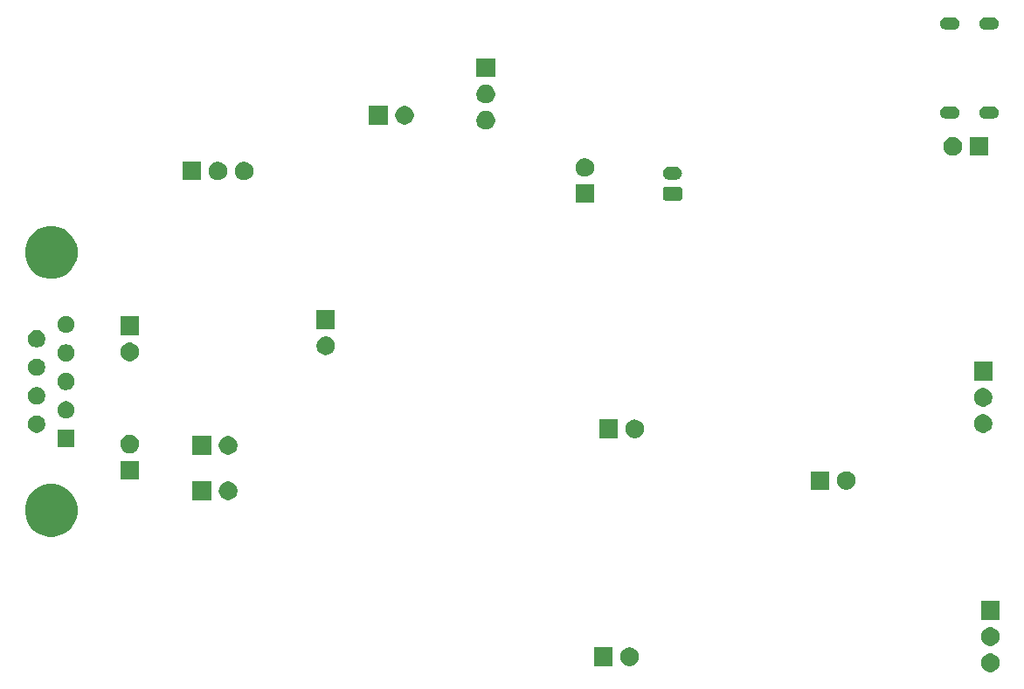
<source format=gbs>
G04 #@! TF.GenerationSoftware,KiCad,Pcbnew,(5.1.5-0)*
G04 #@! TF.CreationDate,2022-06-02T10:47:19-06:00*
G04 #@! TF.ProjectId,sq_lockin_v4,73715f6c-6f63-46b6-996e-5f76342e6b69,rev?*
G04 #@! TF.SameCoordinates,Original*
G04 #@! TF.FileFunction,Soldermask,Bot*
G04 #@! TF.FilePolarity,Negative*
%FSLAX46Y46*%
G04 Gerber Fmt 4.6, Leading zero omitted, Abs format (unit mm)*
G04 Created by KiCad (PCBNEW (5.1.5-0)) date 2022-06-02 10:47:19*
%MOMM*%
%LPD*%
G04 APERTURE LIST*
%ADD10C,0.100000*%
G04 APERTURE END LIST*
D10*
G36*
X207513512Y-113783927D02*
G01*
X207662812Y-113813624D01*
X207826784Y-113881544D01*
X207974354Y-113980147D01*
X208099853Y-114105646D01*
X208198456Y-114253216D01*
X208266376Y-114417188D01*
X208301000Y-114591259D01*
X208301000Y-114768741D01*
X208266376Y-114942812D01*
X208198456Y-115106784D01*
X208099853Y-115254354D01*
X207974354Y-115379853D01*
X207826784Y-115478456D01*
X207662812Y-115546376D01*
X207513512Y-115576073D01*
X207488742Y-115581000D01*
X207311258Y-115581000D01*
X207286488Y-115576073D01*
X207137188Y-115546376D01*
X206973216Y-115478456D01*
X206825646Y-115379853D01*
X206700147Y-115254354D01*
X206601544Y-115106784D01*
X206533624Y-114942812D01*
X206499000Y-114768741D01*
X206499000Y-114591259D01*
X206533624Y-114417188D01*
X206601544Y-114253216D01*
X206700147Y-114105646D01*
X206825646Y-113980147D01*
X206973216Y-113881544D01*
X207137188Y-113813624D01*
X207286488Y-113783927D01*
X207311258Y-113779000D01*
X207488742Y-113779000D01*
X207513512Y-113783927D01*
G37*
G36*
X172553512Y-113203927D02*
G01*
X172702812Y-113233624D01*
X172866784Y-113301544D01*
X173014354Y-113400147D01*
X173139853Y-113525646D01*
X173238456Y-113673216D01*
X173306376Y-113837188D01*
X173341000Y-114011259D01*
X173341000Y-114188741D01*
X173306376Y-114362812D01*
X173238456Y-114526784D01*
X173139853Y-114674354D01*
X173014354Y-114799853D01*
X172866784Y-114898456D01*
X172702812Y-114966376D01*
X172553512Y-114996073D01*
X172528742Y-115001000D01*
X172351258Y-115001000D01*
X172326488Y-114996073D01*
X172177188Y-114966376D01*
X172013216Y-114898456D01*
X171865646Y-114799853D01*
X171740147Y-114674354D01*
X171641544Y-114526784D01*
X171573624Y-114362812D01*
X171539000Y-114188741D01*
X171539000Y-114011259D01*
X171573624Y-113837188D01*
X171641544Y-113673216D01*
X171740147Y-113525646D01*
X171865646Y-113400147D01*
X172013216Y-113301544D01*
X172177188Y-113233624D01*
X172326488Y-113203927D01*
X172351258Y-113199000D01*
X172528742Y-113199000D01*
X172553512Y-113203927D01*
G37*
G36*
X170801000Y-115001000D02*
G01*
X168999000Y-115001000D01*
X168999000Y-113199000D01*
X170801000Y-113199000D01*
X170801000Y-115001000D01*
G37*
G36*
X207513512Y-111243927D02*
G01*
X207662812Y-111273624D01*
X207826784Y-111341544D01*
X207974354Y-111440147D01*
X208099853Y-111565646D01*
X208198456Y-111713216D01*
X208266376Y-111877188D01*
X208301000Y-112051259D01*
X208301000Y-112228741D01*
X208266376Y-112402812D01*
X208198456Y-112566784D01*
X208099853Y-112714354D01*
X207974354Y-112839853D01*
X207826784Y-112938456D01*
X207662812Y-113006376D01*
X207513512Y-113036073D01*
X207488742Y-113041000D01*
X207311258Y-113041000D01*
X207286488Y-113036073D01*
X207137188Y-113006376D01*
X206973216Y-112938456D01*
X206825646Y-112839853D01*
X206700147Y-112714354D01*
X206601544Y-112566784D01*
X206533624Y-112402812D01*
X206499000Y-112228741D01*
X206499000Y-112051259D01*
X206533624Y-111877188D01*
X206601544Y-111713216D01*
X206700147Y-111565646D01*
X206825646Y-111440147D01*
X206973216Y-111341544D01*
X207137188Y-111273624D01*
X207286488Y-111243927D01*
X207311258Y-111239000D01*
X207488742Y-111239000D01*
X207513512Y-111243927D01*
G37*
G36*
X208301000Y-110501000D02*
G01*
X206499000Y-110501000D01*
X206499000Y-108699000D01*
X208301000Y-108699000D01*
X208301000Y-110501000D01*
G37*
G36*
X117144098Y-97447033D02*
G01*
X117608350Y-97639332D01*
X117608352Y-97639333D01*
X118026168Y-97918509D01*
X118381491Y-98273832D01*
X118660667Y-98691648D01*
X118660668Y-98691650D01*
X118852967Y-99155902D01*
X118951000Y-99648747D01*
X118951000Y-100151253D01*
X118852967Y-100644098D01*
X118660668Y-101108350D01*
X118660667Y-101108352D01*
X118381491Y-101526168D01*
X118026168Y-101881491D01*
X117608352Y-102160667D01*
X117608351Y-102160668D01*
X117608350Y-102160668D01*
X117144098Y-102352967D01*
X116651253Y-102451000D01*
X116148747Y-102451000D01*
X115655902Y-102352967D01*
X115191650Y-102160668D01*
X115191649Y-102160668D01*
X115191648Y-102160667D01*
X114773832Y-101881491D01*
X114418509Y-101526168D01*
X114139333Y-101108352D01*
X114139332Y-101108350D01*
X113947033Y-100644098D01*
X113849000Y-100151253D01*
X113849000Y-99648747D01*
X113947033Y-99155902D01*
X114139332Y-98691650D01*
X114139333Y-98691648D01*
X114418509Y-98273832D01*
X114773832Y-97918509D01*
X115191648Y-97639333D01*
X115191650Y-97639332D01*
X115655902Y-97447033D01*
X116148747Y-97349000D01*
X116651253Y-97349000D01*
X117144098Y-97447033D01*
G37*
G36*
X133653512Y-97103927D02*
G01*
X133802812Y-97133624D01*
X133966784Y-97201544D01*
X134114354Y-97300147D01*
X134239853Y-97425646D01*
X134338456Y-97573216D01*
X134406376Y-97737188D01*
X134432072Y-97866375D01*
X134438960Y-97901000D01*
X134441000Y-97911259D01*
X134441000Y-98088741D01*
X134406376Y-98262812D01*
X134338456Y-98426784D01*
X134239853Y-98574354D01*
X134114354Y-98699853D01*
X133966784Y-98798456D01*
X133802812Y-98866376D01*
X133653512Y-98896073D01*
X133628742Y-98901000D01*
X133451258Y-98901000D01*
X133426488Y-98896073D01*
X133277188Y-98866376D01*
X133113216Y-98798456D01*
X132965646Y-98699853D01*
X132840147Y-98574354D01*
X132741544Y-98426784D01*
X132673624Y-98262812D01*
X132639000Y-98088741D01*
X132639000Y-97911259D01*
X132641041Y-97901000D01*
X132647928Y-97866375D01*
X132673624Y-97737188D01*
X132741544Y-97573216D01*
X132840147Y-97425646D01*
X132965646Y-97300147D01*
X133113216Y-97201544D01*
X133277188Y-97133624D01*
X133426488Y-97103927D01*
X133451258Y-97099000D01*
X133628742Y-97099000D01*
X133653512Y-97103927D01*
G37*
G36*
X131901000Y-98901000D02*
G01*
X130099000Y-98901000D01*
X130099000Y-97099000D01*
X131901000Y-97099000D01*
X131901000Y-98901000D01*
G37*
G36*
X193553512Y-96103927D02*
G01*
X193702812Y-96133624D01*
X193866784Y-96201544D01*
X194014354Y-96300147D01*
X194139853Y-96425646D01*
X194238456Y-96573216D01*
X194306376Y-96737188D01*
X194336073Y-96886488D01*
X194341000Y-96911258D01*
X194341000Y-97088742D01*
X194336073Y-97113512D01*
X194306376Y-97262812D01*
X194238456Y-97426784D01*
X194139853Y-97574354D01*
X194014354Y-97699853D01*
X193866784Y-97798456D01*
X193702812Y-97866376D01*
X193553512Y-97896073D01*
X193528742Y-97901000D01*
X193351258Y-97901000D01*
X193326488Y-97896073D01*
X193177188Y-97866376D01*
X193013216Y-97798456D01*
X192865646Y-97699853D01*
X192740147Y-97574354D01*
X192641544Y-97426784D01*
X192573624Y-97262812D01*
X192543927Y-97113512D01*
X192539000Y-97088742D01*
X192539000Y-96911258D01*
X192543927Y-96886488D01*
X192573624Y-96737188D01*
X192641544Y-96573216D01*
X192740147Y-96425646D01*
X192865646Y-96300147D01*
X193013216Y-96201544D01*
X193177188Y-96133624D01*
X193326488Y-96103927D01*
X193351258Y-96099000D01*
X193528742Y-96099000D01*
X193553512Y-96103927D01*
G37*
G36*
X191801000Y-97901000D02*
G01*
X189999000Y-97901000D01*
X189999000Y-96099000D01*
X191801000Y-96099000D01*
X191801000Y-97901000D01*
G37*
G36*
X124901000Y-96901000D02*
G01*
X123099000Y-96901000D01*
X123099000Y-95099000D01*
X124901000Y-95099000D01*
X124901000Y-96901000D01*
G37*
G36*
X131901000Y-94501000D02*
G01*
X130099000Y-94501000D01*
X130099000Y-92699000D01*
X131901000Y-92699000D01*
X131901000Y-94501000D01*
G37*
G36*
X133653512Y-92703927D02*
G01*
X133802812Y-92733624D01*
X133966784Y-92801544D01*
X134114354Y-92900147D01*
X134239853Y-93025646D01*
X134338456Y-93173216D01*
X134406376Y-93337188D01*
X134441000Y-93511259D01*
X134441000Y-93688741D01*
X134406376Y-93862812D01*
X134338456Y-94026784D01*
X134239853Y-94174354D01*
X134114354Y-94299853D01*
X133966784Y-94398456D01*
X133802812Y-94466376D01*
X133653512Y-94496073D01*
X133628742Y-94501000D01*
X133451258Y-94501000D01*
X133426488Y-94496073D01*
X133277188Y-94466376D01*
X133113216Y-94398456D01*
X132965646Y-94299853D01*
X132840147Y-94174354D01*
X132741544Y-94026784D01*
X132673624Y-93862812D01*
X132639000Y-93688741D01*
X132639000Y-93511259D01*
X132673624Y-93337188D01*
X132741544Y-93173216D01*
X132840147Y-93025646D01*
X132965646Y-92900147D01*
X133113216Y-92801544D01*
X133277188Y-92733624D01*
X133426488Y-92703927D01*
X133451258Y-92699000D01*
X133628742Y-92699000D01*
X133653512Y-92703927D01*
G37*
G36*
X124113512Y-92563927D02*
G01*
X124262812Y-92593624D01*
X124426784Y-92661544D01*
X124574354Y-92760147D01*
X124699853Y-92885646D01*
X124798456Y-93033216D01*
X124866376Y-93197188D01*
X124901000Y-93371259D01*
X124901000Y-93548741D01*
X124866376Y-93722812D01*
X124798456Y-93886784D01*
X124699853Y-94034354D01*
X124574354Y-94159853D01*
X124426784Y-94258456D01*
X124262812Y-94326376D01*
X124113512Y-94356073D01*
X124088742Y-94361000D01*
X123911258Y-94361000D01*
X123886488Y-94356073D01*
X123737188Y-94326376D01*
X123573216Y-94258456D01*
X123425646Y-94159853D01*
X123300147Y-94034354D01*
X123201544Y-93886784D01*
X123133624Y-93722812D01*
X123099000Y-93548741D01*
X123099000Y-93371259D01*
X123133624Y-93197188D01*
X123201544Y-93033216D01*
X123300147Y-92885646D01*
X123425646Y-92760147D01*
X123573216Y-92661544D01*
X123737188Y-92593624D01*
X123886488Y-92563927D01*
X123911258Y-92559000D01*
X124088742Y-92559000D01*
X124113512Y-92563927D01*
G37*
G36*
X118658500Y-93758500D02*
G01*
X116981500Y-93758500D01*
X116981500Y-92081500D01*
X118658500Y-92081500D01*
X118658500Y-93758500D01*
G37*
G36*
X173053512Y-91103927D02*
G01*
X173202812Y-91133624D01*
X173366784Y-91201544D01*
X173514354Y-91300147D01*
X173639853Y-91425646D01*
X173738456Y-91573216D01*
X173806376Y-91737188D01*
X173836073Y-91886488D01*
X173840110Y-91906782D01*
X173841000Y-91911259D01*
X173841000Y-92088741D01*
X173806376Y-92262812D01*
X173738456Y-92426784D01*
X173639853Y-92574354D01*
X173514354Y-92699853D01*
X173366784Y-92798456D01*
X173202812Y-92866376D01*
X173053512Y-92896073D01*
X173028742Y-92901000D01*
X172851258Y-92901000D01*
X172826488Y-92896073D01*
X172677188Y-92866376D01*
X172513216Y-92798456D01*
X172365646Y-92699853D01*
X172240147Y-92574354D01*
X172141544Y-92426784D01*
X172073624Y-92262812D01*
X172039000Y-92088741D01*
X172039000Y-91911259D01*
X172039891Y-91906782D01*
X172043927Y-91886488D01*
X172073624Y-91737188D01*
X172141544Y-91573216D01*
X172240147Y-91425646D01*
X172365646Y-91300147D01*
X172513216Y-91201544D01*
X172677188Y-91133624D01*
X172826488Y-91103927D01*
X172851258Y-91099000D01*
X173028742Y-91099000D01*
X173053512Y-91103927D01*
G37*
G36*
X171301000Y-92901000D02*
G01*
X169499000Y-92901000D01*
X169499000Y-91099000D01*
X171301000Y-91099000D01*
X171301000Y-92901000D01*
G37*
G36*
X206813512Y-90583927D02*
G01*
X206962812Y-90613624D01*
X207126784Y-90681544D01*
X207274354Y-90780147D01*
X207399853Y-90905646D01*
X207498456Y-91053216D01*
X207566376Y-91217188D01*
X207582877Y-91300147D01*
X207601000Y-91391258D01*
X207601000Y-91568742D01*
X207596073Y-91593512D01*
X207566376Y-91742812D01*
X207498456Y-91906784D01*
X207399853Y-92054354D01*
X207274354Y-92179853D01*
X207126784Y-92278456D01*
X206962812Y-92346376D01*
X206813512Y-92376073D01*
X206788742Y-92381000D01*
X206611258Y-92381000D01*
X206586488Y-92376073D01*
X206437188Y-92346376D01*
X206273216Y-92278456D01*
X206125646Y-92179853D01*
X206000147Y-92054354D01*
X205901544Y-91906784D01*
X205833624Y-91742812D01*
X205803927Y-91593512D01*
X205799000Y-91568742D01*
X205799000Y-91391258D01*
X205817123Y-91300147D01*
X205833624Y-91217188D01*
X205901544Y-91053216D01*
X206000147Y-90905646D01*
X206125646Y-90780147D01*
X206273216Y-90681544D01*
X206437188Y-90613624D01*
X206586488Y-90583927D01*
X206611258Y-90579000D01*
X206788742Y-90579000D01*
X206813512Y-90583927D01*
G37*
G36*
X115224581Y-90733723D02*
G01*
X115377178Y-90796930D01*
X115514512Y-90888694D01*
X115631306Y-91005488D01*
X115723070Y-91142822D01*
X115786277Y-91295419D01*
X115818500Y-91457414D01*
X115818500Y-91622586D01*
X115786277Y-91784581D01*
X115723070Y-91937178D01*
X115631306Y-92074512D01*
X115514512Y-92191306D01*
X115377178Y-92283070D01*
X115224581Y-92346277D01*
X115062586Y-92378500D01*
X114897414Y-92378500D01*
X114735419Y-92346277D01*
X114582822Y-92283070D01*
X114445488Y-92191306D01*
X114328694Y-92074512D01*
X114236930Y-91937178D01*
X114173723Y-91784581D01*
X114141500Y-91622586D01*
X114141500Y-91457414D01*
X114173723Y-91295419D01*
X114236930Y-91142822D01*
X114328694Y-91005488D01*
X114445488Y-90888694D01*
X114582822Y-90796930D01*
X114735419Y-90733723D01*
X114897414Y-90701500D01*
X115062586Y-90701500D01*
X115224581Y-90733723D01*
G37*
G36*
X118064581Y-89353723D02*
G01*
X118217178Y-89416930D01*
X118354512Y-89508694D01*
X118471306Y-89625488D01*
X118563070Y-89762822D01*
X118626277Y-89915419D01*
X118658500Y-90077414D01*
X118658500Y-90242586D01*
X118626277Y-90404581D01*
X118563070Y-90557178D01*
X118471306Y-90694512D01*
X118354512Y-90811306D01*
X118217178Y-90903070D01*
X118064581Y-90966277D01*
X117902586Y-90998500D01*
X117737414Y-90998500D01*
X117575419Y-90966277D01*
X117422822Y-90903070D01*
X117285488Y-90811306D01*
X117168694Y-90694512D01*
X117076930Y-90557178D01*
X117013723Y-90404581D01*
X116981500Y-90242586D01*
X116981500Y-90077414D01*
X117013723Y-89915419D01*
X117076930Y-89762822D01*
X117168694Y-89625488D01*
X117285488Y-89508694D01*
X117422822Y-89416930D01*
X117575419Y-89353723D01*
X117737414Y-89321500D01*
X117902586Y-89321500D01*
X118064581Y-89353723D01*
G37*
G36*
X206813512Y-88043927D02*
G01*
X206962812Y-88073624D01*
X207126784Y-88141544D01*
X207274354Y-88240147D01*
X207399853Y-88365646D01*
X207498456Y-88513216D01*
X207566376Y-88677188D01*
X207601000Y-88851259D01*
X207601000Y-89028741D01*
X207566376Y-89202812D01*
X207498456Y-89366784D01*
X207399853Y-89514354D01*
X207274354Y-89639853D01*
X207126784Y-89738456D01*
X206962812Y-89806376D01*
X206813512Y-89836073D01*
X206788742Y-89841000D01*
X206611258Y-89841000D01*
X206586488Y-89836073D01*
X206437188Y-89806376D01*
X206273216Y-89738456D01*
X206125646Y-89639853D01*
X206000147Y-89514354D01*
X205901544Y-89366784D01*
X205833624Y-89202812D01*
X205799000Y-89028741D01*
X205799000Y-88851259D01*
X205833624Y-88677188D01*
X205901544Y-88513216D01*
X206000147Y-88365646D01*
X206125646Y-88240147D01*
X206273216Y-88141544D01*
X206437188Y-88073624D01*
X206586488Y-88043927D01*
X206611258Y-88039000D01*
X206788742Y-88039000D01*
X206813512Y-88043927D01*
G37*
G36*
X115224581Y-87973723D02*
G01*
X115377178Y-88036930D01*
X115514512Y-88128694D01*
X115631306Y-88245488D01*
X115723070Y-88382822D01*
X115786277Y-88535419D01*
X115818500Y-88697414D01*
X115818500Y-88862586D01*
X115786277Y-89024581D01*
X115723070Y-89177178D01*
X115631306Y-89314512D01*
X115514512Y-89431306D01*
X115377178Y-89523070D01*
X115224581Y-89586277D01*
X115062586Y-89618500D01*
X114897414Y-89618500D01*
X114735419Y-89586277D01*
X114582822Y-89523070D01*
X114445488Y-89431306D01*
X114328694Y-89314512D01*
X114236930Y-89177178D01*
X114173723Y-89024581D01*
X114141500Y-88862586D01*
X114141500Y-88697414D01*
X114173723Y-88535419D01*
X114236930Y-88382822D01*
X114328694Y-88245488D01*
X114445488Y-88128694D01*
X114582822Y-88036930D01*
X114735419Y-87973723D01*
X114897414Y-87941500D01*
X115062586Y-87941500D01*
X115224581Y-87973723D01*
G37*
G36*
X118064581Y-86593723D02*
G01*
X118217178Y-86656930D01*
X118354512Y-86748694D01*
X118471306Y-86865488D01*
X118563070Y-87002822D01*
X118626277Y-87155419D01*
X118658500Y-87317414D01*
X118658500Y-87482586D01*
X118626277Y-87644581D01*
X118563070Y-87797178D01*
X118471306Y-87934512D01*
X118354512Y-88051306D01*
X118217178Y-88143070D01*
X118064581Y-88206277D01*
X117902586Y-88238500D01*
X117737414Y-88238500D01*
X117575419Y-88206277D01*
X117422822Y-88143070D01*
X117285488Y-88051306D01*
X117168694Y-87934512D01*
X117076930Y-87797178D01*
X117013723Y-87644581D01*
X116981500Y-87482586D01*
X116981500Y-87317414D01*
X117013723Y-87155419D01*
X117076930Y-87002822D01*
X117168694Y-86865488D01*
X117285488Y-86748694D01*
X117422822Y-86656930D01*
X117575419Y-86593723D01*
X117737414Y-86561500D01*
X117902586Y-86561500D01*
X118064581Y-86593723D01*
G37*
G36*
X207601000Y-87301000D02*
G01*
X205799000Y-87301000D01*
X205799000Y-85499000D01*
X207601000Y-85499000D01*
X207601000Y-87301000D01*
G37*
G36*
X115224581Y-85213723D02*
G01*
X115377178Y-85276930D01*
X115514512Y-85368694D01*
X115631306Y-85485488D01*
X115723070Y-85622822D01*
X115786277Y-85775419D01*
X115818500Y-85937414D01*
X115818500Y-86102586D01*
X115786277Y-86264581D01*
X115723070Y-86417178D01*
X115631306Y-86554512D01*
X115514512Y-86671306D01*
X115377178Y-86763070D01*
X115224581Y-86826277D01*
X115062586Y-86858500D01*
X114897414Y-86858500D01*
X114735419Y-86826277D01*
X114582822Y-86763070D01*
X114445488Y-86671306D01*
X114328694Y-86554512D01*
X114236930Y-86417178D01*
X114173723Y-86264581D01*
X114141500Y-86102586D01*
X114141500Y-85937414D01*
X114173723Y-85775419D01*
X114236930Y-85622822D01*
X114328694Y-85485488D01*
X114445488Y-85368694D01*
X114582822Y-85276930D01*
X114735419Y-85213723D01*
X114897414Y-85181500D01*
X115062586Y-85181500D01*
X115224581Y-85213723D01*
G37*
G36*
X118064581Y-83833723D02*
G01*
X118217178Y-83896930D01*
X118354512Y-83988694D01*
X118471306Y-84105488D01*
X118563070Y-84242822D01*
X118626277Y-84395419D01*
X118658500Y-84557414D01*
X118658500Y-84722586D01*
X118626277Y-84884581D01*
X118563070Y-85037178D01*
X118471306Y-85174512D01*
X118354512Y-85291306D01*
X118217178Y-85383070D01*
X118064581Y-85446277D01*
X117902586Y-85478500D01*
X117737414Y-85478500D01*
X117575419Y-85446277D01*
X117422822Y-85383070D01*
X117285488Y-85291306D01*
X117168694Y-85174512D01*
X117076930Y-85037178D01*
X117013723Y-84884581D01*
X116981500Y-84722586D01*
X116981500Y-84557414D01*
X117013723Y-84395419D01*
X117076930Y-84242822D01*
X117168694Y-84105488D01*
X117285488Y-83988694D01*
X117422822Y-83896930D01*
X117575419Y-83833723D01*
X117737414Y-83801500D01*
X117902586Y-83801500D01*
X118064581Y-83833723D01*
G37*
G36*
X124113512Y-83643927D02*
G01*
X124262812Y-83673624D01*
X124426784Y-83741544D01*
X124574354Y-83840147D01*
X124699853Y-83965646D01*
X124798456Y-84113216D01*
X124866376Y-84277188D01*
X124901000Y-84451259D01*
X124901000Y-84628741D01*
X124866376Y-84802812D01*
X124798456Y-84966784D01*
X124699853Y-85114354D01*
X124574354Y-85239853D01*
X124426784Y-85338456D01*
X124262812Y-85406376D01*
X124113512Y-85436073D01*
X124088742Y-85441000D01*
X123911258Y-85441000D01*
X123886488Y-85436073D01*
X123737188Y-85406376D01*
X123573216Y-85338456D01*
X123425646Y-85239853D01*
X123300147Y-85114354D01*
X123201544Y-84966784D01*
X123133624Y-84802812D01*
X123099000Y-84628741D01*
X123099000Y-84451259D01*
X123133624Y-84277188D01*
X123201544Y-84113216D01*
X123300147Y-83965646D01*
X123425646Y-83840147D01*
X123573216Y-83741544D01*
X123737188Y-83673624D01*
X123886488Y-83643927D01*
X123911258Y-83639000D01*
X124088742Y-83639000D01*
X124113512Y-83643927D01*
G37*
G36*
X143113512Y-83043927D02*
G01*
X143262812Y-83073624D01*
X143426784Y-83141544D01*
X143574354Y-83240147D01*
X143699853Y-83365646D01*
X143798456Y-83513216D01*
X143866376Y-83677188D01*
X143901000Y-83851259D01*
X143901000Y-84028741D01*
X143866376Y-84202812D01*
X143798456Y-84366784D01*
X143699853Y-84514354D01*
X143574354Y-84639853D01*
X143426784Y-84738456D01*
X143262812Y-84806376D01*
X143113512Y-84836073D01*
X143088742Y-84841000D01*
X142911258Y-84841000D01*
X142886488Y-84836073D01*
X142737188Y-84806376D01*
X142573216Y-84738456D01*
X142425646Y-84639853D01*
X142300147Y-84514354D01*
X142201544Y-84366784D01*
X142133624Y-84202812D01*
X142099000Y-84028741D01*
X142099000Y-83851259D01*
X142133624Y-83677188D01*
X142201544Y-83513216D01*
X142300147Y-83365646D01*
X142425646Y-83240147D01*
X142573216Y-83141544D01*
X142737188Y-83073624D01*
X142886488Y-83043927D01*
X142911258Y-83039000D01*
X143088742Y-83039000D01*
X143113512Y-83043927D01*
G37*
G36*
X115224581Y-82453723D02*
G01*
X115377178Y-82516930D01*
X115514512Y-82608694D01*
X115631306Y-82725488D01*
X115723070Y-82862822D01*
X115786277Y-83015419D01*
X115818500Y-83177414D01*
X115818500Y-83342586D01*
X115786277Y-83504581D01*
X115723070Y-83657178D01*
X115631306Y-83794512D01*
X115514512Y-83911306D01*
X115377178Y-84003070D01*
X115224581Y-84066277D01*
X115062586Y-84098500D01*
X114897414Y-84098500D01*
X114735419Y-84066277D01*
X114582822Y-84003070D01*
X114445488Y-83911306D01*
X114328694Y-83794512D01*
X114236930Y-83657178D01*
X114173723Y-83504581D01*
X114141500Y-83342586D01*
X114141500Y-83177414D01*
X114173723Y-83015419D01*
X114236930Y-82862822D01*
X114328694Y-82725488D01*
X114445488Y-82608694D01*
X114582822Y-82516930D01*
X114735419Y-82453723D01*
X114897414Y-82421500D01*
X115062586Y-82421500D01*
X115224581Y-82453723D01*
G37*
G36*
X124901000Y-82901000D02*
G01*
X123099000Y-82901000D01*
X123099000Y-81099000D01*
X124901000Y-81099000D01*
X124901000Y-82901000D01*
G37*
G36*
X118064581Y-81073723D02*
G01*
X118217178Y-81136930D01*
X118354512Y-81228694D01*
X118471306Y-81345488D01*
X118563070Y-81482822D01*
X118626277Y-81635419D01*
X118658500Y-81797414D01*
X118658500Y-81962586D01*
X118626277Y-82124581D01*
X118563070Y-82277178D01*
X118471306Y-82414512D01*
X118354512Y-82531306D01*
X118217178Y-82623070D01*
X118064581Y-82686277D01*
X117902586Y-82718500D01*
X117737414Y-82718500D01*
X117575419Y-82686277D01*
X117422822Y-82623070D01*
X117285488Y-82531306D01*
X117168694Y-82414512D01*
X117076930Y-82277178D01*
X117013723Y-82124581D01*
X116981500Y-81962586D01*
X116981500Y-81797414D01*
X117013723Y-81635419D01*
X117076930Y-81482822D01*
X117168694Y-81345488D01*
X117285488Y-81228694D01*
X117422822Y-81136930D01*
X117575419Y-81073723D01*
X117737414Y-81041500D01*
X117902586Y-81041500D01*
X118064581Y-81073723D01*
G37*
G36*
X143901000Y-82301000D02*
G01*
X142099000Y-82301000D01*
X142099000Y-80499000D01*
X143901000Y-80499000D01*
X143901000Y-82301000D01*
G37*
G36*
X117144098Y-72447033D02*
G01*
X117608350Y-72639332D01*
X117608352Y-72639333D01*
X118026168Y-72918509D01*
X118381491Y-73273832D01*
X118660667Y-73691648D01*
X118660668Y-73691650D01*
X118852967Y-74155902D01*
X118951000Y-74648747D01*
X118951000Y-75151253D01*
X118852967Y-75644098D01*
X118660668Y-76108350D01*
X118660667Y-76108352D01*
X118381491Y-76526168D01*
X118026168Y-76881491D01*
X117608352Y-77160667D01*
X117608351Y-77160668D01*
X117608350Y-77160668D01*
X117144098Y-77352967D01*
X116651253Y-77451000D01*
X116148747Y-77451000D01*
X115655902Y-77352967D01*
X115191650Y-77160668D01*
X115191649Y-77160668D01*
X115191648Y-77160667D01*
X114773832Y-76881491D01*
X114418509Y-76526168D01*
X114139333Y-76108352D01*
X114139332Y-76108350D01*
X113947033Y-75644098D01*
X113849000Y-75151253D01*
X113849000Y-74648747D01*
X113947033Y-74155902D01*
X114139332Y-73691650D01*
X114139333Y-73691648D01*
X114418509Y-73273832D01*
X114773832Y-72918509D01*
X115191648Y-72639333D01*
X115191650Y-72639332D01*
X115655902Y-72447033D01*
X116148747Y-72349000D01*
X116651253Y-72349000D01*
X117144098Y-72447033D01*
G37*
G36*
X169001000Y-70101000D02*
G01*
X167199000Y-70101000D01*
X167199000Y-68299000D01*
X169001000Y-68299000D01*
X169001000Y-70101000D01*
G37*
G36*
X177366242Y-68553404D02*
G01*
X177403337Y-68564657D01*
X177437515Y-68582925D01*
X177467481Y-68607519D01*
X177492075Y-68637485D01*
X177510343Y-68671663D01*
X177521596Y-68708758D01*
X177526000Y-68753474D01*
X177526000Y-69646526D01*
X177521596Y-69691242D01*
X177510343Y-69728337D01*
X177492075Y-69762515D01*
X177467481Y-69792481D01*
X177437515Y-69817075D01*
X177403337Y-69835343D01*
X177366242Y-69846596D01*
X177321526Y-69851000D01*
X175878474Y-69851000D01*
X175833758Y-69846596D01*
X175796663Y-69835343D01*
X175762485Y-69817075D01*
X175732519Y-69792481D01*
X175707925Y-69762515D01*
X175689657Y-69728337D01*
X175678404Y-69691242D01*
X175674000Y-69646526D01*
X175674000Y-68753474D01*
X175678404Y-68708758D01*
X175689657Y-68671663D01*
X175707925Y-68637485D01*
X175732519Y-68607519D01*
X175762485Y-68582925D01*
X175796663Y-68564657D01*
X175833758Y-68553404D01*
X175878474Y-68549000D01*
X177321526Y-68549000D01*
X177366242Y-68553404D01*
G37*
G36*
X130901000Y-67901000D02*
G01*
X129099000Y-67901000D01*
X129099000Y-66099000D01*
X130901000Y-66099000D01*
X130901000Y-67901000D01*
G37*
G36*
X132653512Y-66103927D02*
G01*
X132802812Y-66133624D01*
X132966784Y-66201544D01*
X133114354Y-66300147D01*
X133239853Y-66425646D01*
X133338456Y-66573216D01*
X133406376Y-66737188D01*
X133441000Y-66911259D01*
X133441000Y-67088741D01*
X133406376Y-67262812D01*
X133338456Y-67426784D01*
X133239853Y-67574354D01*
X133114354Y-67699853D01*
X132966784Y-67798456D01*
X132802812Y-67866376D01*
X132653512Y-67896073D01*
X132628742Y-67901000D01*
X132451258Y-67901000D01*
X132426488Y-67896073D01*
X132277188Y-67866376D01*
X132113216Y-67798456D01*
X131965646Y-67699853D01*
X131840147Y-67574354D01*
X131741544Y-67426784D01*
X131673624Y-67262812D01*
X131639000Y-67088741D01*
X131639000Y-66911259D01*
X131673624Y-66737188D01*
X131741544Y-66573216D01*
X131840147Y-66425646D01*
X131965646Y-66300147D01*
X132113216Y-66201544D01*
X132277188Y-66133624D01*
X132426488Y-66103927D01*
X132451258Y-66099000D01*
X132628742Y-66099000D01*
X132653512Y-66103927D01*
G37*
G36*
X135193512Y-66103927D02*
G01*
X135342812Y-66133624D01*
X135506784Y-66201544D01*
X135654354Y-66300147D01*
X135779853Y-66425646D01*
X135878456Y-66573216D01*
X135946376Y-66737188D01*
X135981000Y-66911259D01*
X135981000Y-67088741D01*
X135946376Y-67262812D01*
X135878456Y-67426784D01*
X135779853Y-67574354D01*
X135654354Y-67699853D01*
X135506784Y-67798456D01*
X135342812Y-67866376D01*
X135193512Y-67896073D01*
X135168742Y-67901000D01*
X134991258Y-67901000D01*
X134966488Y-67896073D01*
X134817188Y-67866376D01*
X134653216Y-67798456D01*
X134505646Y-67699853D01*
X134380147Y-67574354D01*
X134281544Y-67426784D01*
X134213624Y-67262812D01*
X134179000Y-67088741D01*
X134179000Y-66911259D01*
X134213624Y-66737188D01*
X134281544Y-66573216D01*
X134380147Y-66425646D01*
X134505646Y-66300147D01*
X134653216Y-66201544D01*
X134817188Y-66133624D01*
X134966488Y-66103927D01*
X134991258Y-66099000D01*
X135168742Y-66099000D01*
X135193512Y-66103927D01*
G37*
G36*
X176938855Y-66552140D02*
G01*
X177002618Y-66558420D01*
X177093404Y-66585960D01*
X177125336Y-66595646D01*
X177238425Y-66656094D01*
X177337554Y-66737446D01*
X177418906Y-66836575D01*
X177479354Y-66949664D01*
X177479355Y-66949668D01*
X177516580Y-67072382D01*
X177529149Y-67200000D01*
X177516580Y-67327618D01*
X177489040Y-67418404D01*
X177479354Y-67450336D01*
X177418906Y-67563425D01*
X177337554Y-67662554D01*
X177238425Y-67743906D01*
X177125336Y-67804354D01*
X177093404Y-67814040D01*
X177002618Y-67841580D01*
X176938855Y-67847860D01*
X176906974Y-67851000D01*
X176293026Y-67851000D01*
X176261145Y-67847860D01*
X176197382Y-67841580D01*
X176106596Y-67814040D01*
X176074664Y-67804354D01*
X175961575Y-67743906D01*
X175862446Y-67662554D01*
X175781094Y-67563425D01*
X175720646Y-67450336D01*
X175710960Y-67418404D01*
X175683420Y-67327618D01*
X175670851Y-67200000D01*
X175683420Y-67072382D01*
X175720645Y-66949668D01*
X175720646Y-66949664D01*
X175781094Y-66836575D01*
X175862446Y-66737446D01*
X175961575Y-66656094D01*
X176074664Y-66595646D01*
X176106596Y-66585960D01*
X176197382Y-66558420D01*
X176261145Y-66552140D01*
X176293026Y-66549000D01*
X176906974Y-66549000D01*
X176938855Y-66552140D01*
G37*
G36*
X168213512Y-65763927D02*
G01*
X168362812Y-65793624D01*
X168526784Y-65861544D01*
X168674354Y-65960147D01*
X168799853Y-66085646D01*
X168898456Y-66233216D01*
X168966376Y-66397188D01*
X169001000Y-66571259D01*
X169001000Y-66748741D01*
X168966376Y-66922812D01*
X168898456Y-67086784D01*
X168799853Y-67234354D01*
X168674354Y-67359853D01*
X168526784Y-67458456D01*
X168362812Y-67526376D01*
X168213512Y-67556073D01*
X168188742Y-67561000D01*
X168011258Y-67561000D01*
X167986488Y-67556073D01*
X167837188Y-67526376D01*
X167673216Y-67458456D01*
X167525646Y-67359853D01*
X167400147Y-67234354D01*
X167301544Y-67086784D01*
X167233624Y-66922812D01*
X167199000Y-66748741D01*
X167199000Y-66571259D01*
X167233624Y-66397188D01*
X167301544Y-66233216D01*
X167400147Y-66085646D01*
X167525646Y-65960147D01*
X167673216Y-65861544D01*
X167837188Y-65793624D01*
X167986488Y-65763927D01*
X168011258Y-65759000D01*
X168188742Y-65759000D01*
X168213512Y-65763927D01*
G37*
G36*
X207201000Y-65501000D02*
G01*
X205399000Y-65501000D01*
X205399000Y-63699000D01*
X207201000Y-63699000D01*
X207201000Y-65501000D01*
G37*
G36*
X203873512Y-63703927D02*
G01*
X204022812Y-63733624D01*
X204186784Y-63801544D01*
X204334354Y-63900147D01*
X204459853Y-64025646D01*
X204558456Y-64173216D01*
X204626376Y-64337188D01*
X204661000Y-64511259D01*
X204661000Y-64688741D01*
X204626376Y-64862812D01*
X204558456Y-65026784D01*
X204459853Y-65174354D01*
X204334354Y-65299853D01*
X204186784Y-65398456D01*
X204022812Y-65466376D01*
X203873512Y-65496073D01*
X203848742Y-65501000D01*
X203671258Y-65501000D01*
X203646488Y-65496073D01*
X203497188Y-65466376D01*
X203333216Y-65398456D01*
X203185646Y-65299853D01*
X203060147Y-65174354D01*
X202961544Y-65026784D01*
X202893624Y-64862812D01*
X202859000Y-64688741D01*
X202859000Y-64511259D01*
X202893624Y-64337188D01*
X202961544Y-64173216D01*
X203060147Y-64025646D01*
X203185646Y-63900147D01*
X203333216Y-63801544D01*
X203497188Y-63733624D01*
X203646488Y-63703927D01*
X203671258Y-63699000D01*
X203848742Y-63699000D01*
X203873512Y-63703927D01*
G37*
G36*
X158613512Y-61183927D02*
G01*
X158762812Y-61213624D01*
X158926784Y-61281544D01*
X159074354Y-61380147D01*
X159199853Y-61505646D01*
X159298456Y-61653216D01*
X159366376Y-61817188D01*
X159401000Y-61991259D01*
X159401000Y-62168741D01*
X159366376Y-62342812D01*
X159298456Y-62506784D01*
X159199853Y-62654354D01*
X159074354Y-62779853D01*
X158926784Y-62878456D01*
X158762812Y-62946376D01*
X158613512Y-62976073D01*
X158588742Y-62981000D01*
X158411258Y-62981000D01*
X158386488Y-62976073D01*
X158237188Y-62946376D01*
X158073216Y-62878456D01*
X157925646Y-62779853D01*
X157800147Y-62654354D01*
X157701544Y-62506784D01*
X157633624Y-62342812D01*
X157599000Y-62168741D01*
X157599000Y-61991259D01*
X157633624Y-61817188D01*
X157701544Y-61653216D01*
X157800147Y-61505646D01*
X157925646Y-61380147D01*
X158073216Y-61281544D01*
X158237188Y-61213624D01*
X158386488Y-61183927D01*
X158411258Y-61179000D01*
X158588742Y-61179000D01*
X158613512Y-61183927D01*
G37*
G36*
X149001000Y-62501000D02*
G01*
X147199000Y-62501000D01*
X147199000Y-60699000D01*
X149001000Y-60699000D01*
X149001000Y-62501000D01*
G37*
G36*
X150753512Y-60703927D02*
G01*
X150902812Y-60733624D01*
X151066784Y-60801544D01*
X151214354Y-60900147D01*
X151339853Y-61025646D01*
X151438456Y-61173216D01*
X151506376Y-61337188D01*
X151541000Y-61511259D01*
X151541000Y-61688741D01*
X151506376Y-61862812D01*
X151438456Y-62026784D01*
X151339853Y-62174354D01*
X151214354Y-62299853D01*
X151066784Y-62398456D01*
X150902812Y-62466376D01*
X150753512Y-62496073D01*
X150728742Y-62501000D01*
X150551258Y-62501000D01*
X150526488Y-62496073D01*
X150377188Y-62466376D01*
X150213216Y-62398456D01*
X150065646Y-62299853D01*
X149940147Y-62174354D01*
X149841544Y-62026784D01*
X149773624Y-61862812D01*
X149739000Y-61688741D01*
X149739000Y-61511259D01*
X149773624Y-61337188D01*
X149841544Y-61173216D01*
X149940147Y-61025646D01*
X150065646Y-60900147D01*
X150213216Y-60801544D01*
X150377188Y-60733624D01*
X150526488Y-60703927D01*
X150551258Y-60699000D01*
X150728742Y-60699000D01*
X150753512Y-60703927D01*
G37*
G36*
X203942818Y-60727696D02*
G01*
X204056105Y-60762062D01*
X204160512Y-60817869D01*
X204252027Y-60892973D01*
X204327131Y-60984488D01*
X204382938Y-61088895D01*
X204417304Y-61202182D01*
X204428907Y-61320000D01*
X204417304Y-61437818D01*
X204382938Y-61551105D01*
X204327131Y-61655512D01*
X204252027Y-61747027D01*
X204160512Y-61822131D01*
X204056105Y-61877938D01*
X203942818Y-61912304D01*
X203854519Y-61921000D01*
X203095481Y-61921000D01*
X203007182Y-61912304D01*
X202893895Y-61877938D01*
X202789488Y-61822131D01*
X202697973Y-61747027D01*
X202622869Y-61655512D01*
X202567062Y-61551105D01*
X202532696Y-61437818D01*
X202521093Y-61320000D01*
X202532696Y-61202182D01*
X202567062Y-61088895D01*
X202622869Y-60984488D01*
X202697973Y-60892973D01*
X202789488Y-60817869D01*
X202893895Y-60762062D01*
X203007182Y-60727696D01*
X203095481Y-60719000D01*
X203854519Y-60719000D01*
X203942818Y-60727696D01*
G37*
G36*
X207742818Y-60727696D02*
G01*
X207856105Y-60762062D01*
X207960512Y-60817869D01*
X208052027Y-60892973D01*
X208127131Y-60984488D01*
X208182938Y-61088895D01*
X208217304Y-61202182D01*
X208228907Y-61320000D01*
X208217304Y-61437818D01*
X208182938Y-61551105D01*
X208127131Y-61655512D01*
X208052027Y-61747027D01*
X207960512Y-61822131D01*
X207856105Y-61877938D01*
X207742818Y-61912304D01*
X207654519Y-61921000D01*
X206895481Y-61921000D01*
X206807182Y-61912304D01*
X206693895Y-61877938D01*
X206589488Y-61822131D01*
X206497973Y-61747027D01*
X206422869Y-61655512D01*
X206367062Y-61551105D01*
X206332696Y-61437818D01*
X206321093Y-61320000D01*
X206332696Y-61202182D01*
X206367062Y-61088895D01*
X206422869Y-60984488D01*
X206497973Y-60892973D01*
X206589488Y-60817869D01*
X206693895Y-60762062D01*
X206807182Y-60727696D01*
X206895481Y-60719000D01*
X207654519Y-60719000D01*
X207742818Y-60727696D01*
G37*
G36*
X158613512Y-58643927D02*
G01*
X158762812Y-58673624D01*
X158926784Y-58741544D01*
X159074354Y-58840147D01*
X159199853Y-58965646D01*
X159298456Y-59113216D01*
X159366376Y-59277188D01*
X159401000Y-59451259D01*
X159401000Y-59628741D01*
X159366376Y-59802812D01*
X159298456Y-59966784D01*
X159199853Y-60114354D01*
X159074354Y-60239853D01*
X158926784Y-60338456D01*
X158762812Y-60406376D01*
X158613512Y-60436073D01*
X158588742Y-60441000D01*
X158411258Y-60441000D01*
X158386488Y-60436073D01*
X158237188Y-60406376D01*
X158073216Y-60338456D01*
X157925646Y-60239853D01*
X157800147Y-60114354D01*
X157701544Y-59966784D01*
X157633624Y-59802812D01*
X157599000Y-59628741D01*
X157599000Y-59451259D01*
X157633624Y-59277188D01*
X157701544Y-59113216D01*
X157800147Y-58965646D01*
X157925646Y-58840147D01*
X158073216Y-58741544D01*
X158237188Y-58673624D01*
X158386488Y-58643927D01*
X158411258Y-58639000D01*
X158588742Y-58639000D01*
X158613512Y-58643927D01*
G37*
G36*
X159401000Y-57901000D02*
G01*
X157599000Y-57901000D01*
X157599000Y-56099000D01*
X159401000Y-56099000D01*
X159401000Y-57901000D01*
G37*
G36*
X207742818Y-52087696D02*
G01*
X207856105Y-52122062D01*
X207960512Y-52177869D01*
X208052027Y-52252973D01*
X208127131Y-52344488D01*
X208182938Y-52448895D01*
X208217304Y-52562182D01*
X208228907Y-52680000D01*
X208217304Y-52797818D01*
X208182938Y-52911105D01*
X208127131Y-53015512D01*
X208052027Y-53107027D01*
X207960512Y-53182131D01*
X207856105Y-53237938D01*
X207742818Y-53272304D01*
X207654519Y-53281000D01*
X206895481Y-53281000D01*
X206807182Y-53272304D01*
X206693895Y-53237938D01*
X206589488Y-53182131D01*
X206497973Y-53107027D01*
X206422869Y-53015512D01*
X206367062Y-52911105D01*
X206332696Y-52797818D01*
X206321093Y-52680000D01*
X206332696Y-52562182D01*
X206367062Y-52448895D01*
X206422869Y-52344488D01*
X206497973Y-52252973D01*
X206589488Y-52177869D01*
X206693895Y-52122062D01*
X206807182Y-52087696D01*
X206895481Y-52079000D01*
X207654519Y-52079000D01*
X207742818Y-52087696D01*
G37*
G36*
X203942818Y-52087696D02*
G01*
X204056105Y-52122062D01*
X204160512Y-52177869D01*
X204252027Y-52252973D01*
X204327131Y-52344488D01*
X204382938Y-52448895D01*
X204417304Y-52562182D01*
X204428907Y-52680000D01*
X204417304Y-52797818D01*
X204382938Y-52911105D01*
X204327131Y-53015512D01*
X204252027Y-53107027D01*
X204160512Y-53182131D01*
X204056105Y-53237938D01*
X203942818Y-53272304D01*
X203854519Y-53281000D01*
X203095481Y-53281000D01*
X203007182Y-53272304D01*
X202893895Y-53237938D01*
X202789488Y-53182131D01*
X202697973Y-53107027D01*
X202622869Y-53015512D01*
X202567062Y-52911105D01*
X202532696Y-52797818D01*
X202521093Y-52680000D01*
X202532696Y-52562182D01*
X202567062Y-52448895D01*
X202622869Y-52344488D01*
X202697973Y-52252973D01*
X202789488Y-52177869D01*
X202893895Y-52122062D01*
X203007182Y-52087696D01*
X203095481Y-52079000D01*
X203854519Y-52079000D01*
X203942818Y-52087696D01*
G37*
M02*

</source>
